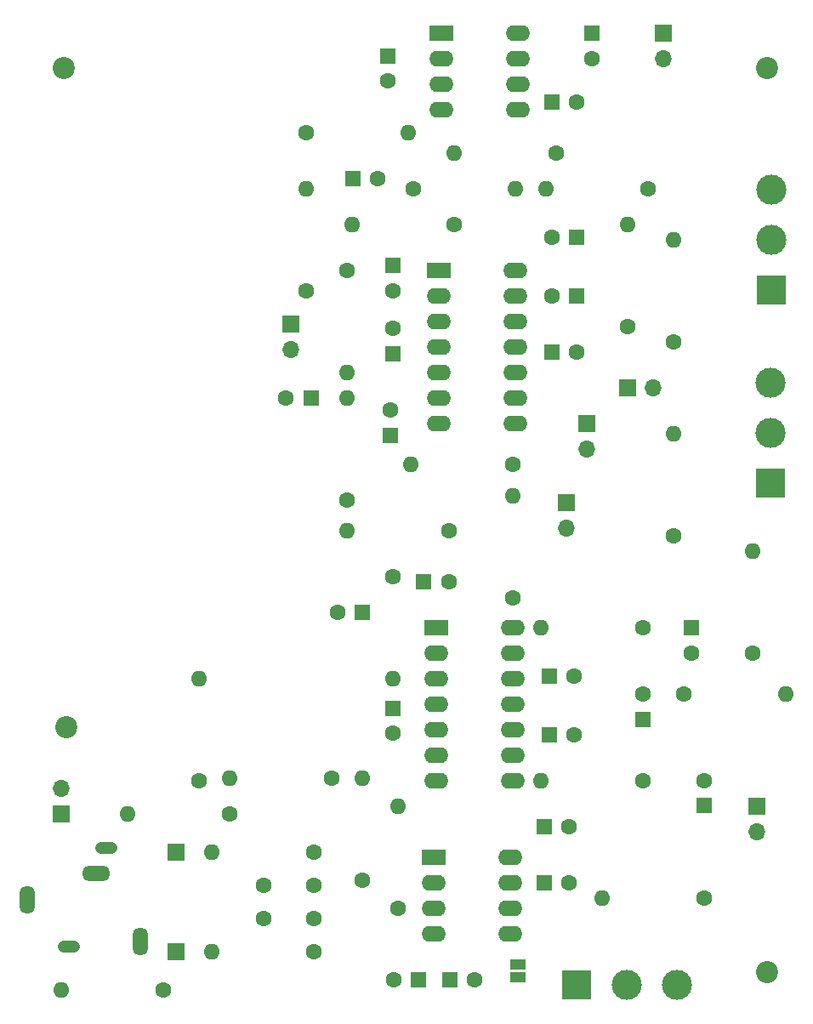
<source format=gbr>
%TF.GenerationSoftware,KiCad,Pcbnew,8.0.4*%
%TF.CreationDate,2025-08-20T08:41:13+03:00*%
%TF.ProjectId,EEG_PCB,4545475f-5043-4422-9e6b-696361645f70,rev?*%
%TF.SameCoordinates,Original*%
%TF.FileFunction,Soldermask,Top*%
%TF.FilePolarity,Negative*%
%FSLAX46Y46*%
G04 Gerber Fmt 4.6, Leading zero omitted, Abs format (unit mm)*
G04 Created by KiCad (PCBNEW 8.0.4) date 2025-08-20 08:41:13*
%MOMM*%
%LPD*%
G01*
G04 APERTURE LIST*
%ADD10C,1.600000*%
%ADD11R,1.600000X1.600000*%
%ADD12O,1.600000X1.600000*%
%ADD13R,3.000000X3.000000*%
%ADD14C,3.000000*%
%ADD15C,2.200000*%
%ADD16R,1.700000X1.700000*%
%ADD17O,1.700000X1.700000*%
%ADD18R,2.400000X1.600000*%
%ADD19O,2.400000X1.600000*%
%ADD20R,1.500000X1.000000*%
%ADD21O,1.511200X2.819200*%
%ADD22O,2.219200X1.211200*%
%ADD23O,2.819200X1.511200*%
G04 APERTURE END LIST*
D10*
%TO.C,C2*%
X196088000Y-53340000D03*
D11*
X193588000Y-53340000D03*
%TD*%
D10*
%TO.C,R6*%
X169926000Y-128016000D03*
D12*
X159766000Y-128016000D03*
%TD*%
D11*
%TO.C,C6*%
X177800000Y-78421113D03*
D10*
X177800000Y-75921113D03*
%TD*%
%TO.C,R21*%
X179832000Y-61976000D03*
D12*
X189992000Y-61976000D03*
%TD*%
D11*
%TO.C,C5*%
X177800000Y-113729888D03*
D10*
X177800000Y-116229888D03*
%TD*%
D11*
%TO.C,C14*%
X208788000Y-123404000D03*
D10*
X208788000Y-120904000D03*
%TD*%
%TO.C,R16*%
X173228000Y-92964000D03*
D12*
X173228000Y-82804000D03*
%TD*%
D13*
%TO.C,RV1*%
X196088000Y-141224000D03*
D14*
X201088000Y-141224000D03*
X206088000Y-141224000D03*
%TD*%
D10*
%TO.C,R13*%
X189738000Y-89408000D03*
D12*
X179578000Y-89408000D03*
%TD*%
D10*
%TO.C,R8*%
X158496000Y-120904000D03*
D12*
X158496000Y-110744000D03*
%TD*%
D10*
%TO.C,R12*%
X213614000Y-108204000D03*
D12*
X213614000Y-98044000D03*
%TD*%
D15*
%TO.C,H2*%
X215000000Y-50000000D03*
%TD*%
D10*
%TO.C,R28*%
X201168000Y-75692000D03*
D12*
X201168000Y-65532000D03*
%TD*%
D10*
%TO.C,R18*%
X194056000Y-58420000D03*
D12*
X183896000Y-58420000D03*
%TD*%
D16*
%TO.C,J9*%
X156210000Y-128016000D03*
%TD*%
D11*
%TO.C,C16*%
X193358888Y-116332000D03*
D10*
X195858888Y-116332000D03*
%TD*%
D16*
%TO.C,J1*%
X204724000Y-46477000D03*
D17*
X204724000Y-49017000D03*
%TD*%
D11*
%TO.C,C9*%
X193358888Y-110490000D03*
D10*
X195858888Y-110490000D03*
%TD*%
D11*
%TO.C,C1*%
X197612000Y-46546888D03*
D10*
X197612000Y-49046888D03*
%TD*%
D13*
%TO.C,RV3*%
X215392000Y-91280000D03*
D14*
X215392000Y-86280000D03*
X215392000Y-81280000D03*
%TD*%
D11*
%TO.C,C18*%
X180848000Y-101092000D03*
D10*
X183348000Y-101092000D03*
%TD*%
%TO.C,R10*%
X202692000Y-105704000D03*
D12*
X192532000Y-105704000D03*
%TD*%
D16*
%TO.C,J6*%
X195072000Y-93213000D03*
D17*
X195072000Y-95753000D03*
%TD*%
D11*
%TO.C,C7*%
X192850888Y-125476000D03*
D10*
X195350888Y-125476000D03*
%TD*%
%TO.C,R11*%
X206756000Y-112308000D03*
D12*
X216916000Y-112308000D03*
%TD*%
D16*
%TO.C,J4*%
X201163000Y-81788000D03*
D17*
X203703000Y-81788000D03*
%TD*%
D11*
%TO.C,C11*%
X180340000Y-140716000D03*
D10*
X177840000Y-140716000D03*
%TD*%
%TO.C,R2*%
X178308000Y-133604000D03*
D12*
X178308000Y-123444000D03*
%TD*%
D11*
%TO.C,C3*%
X177292000Y-48768000D03*
D10*
X177292000Y-51268000D03*
%TD*%
D16*
%TO.C,J8*%
X156210000Y-137922000D03*
%TD*%
D15*
%TO.C,H4*%
X145288000Y-115570000D03*
%TD*%
D11*
%TO.C,C22*%
X196088000Y-66802000D03*
D10*
X193588000Y-66802000D03*
%TD*%
D11*
%TO.C,C15*%
X202692000Y-114808000D03*
D10*
X202692000Y-112308000D03*
%TD*%
%TO.C,R9*%
X202692000Y-120944000D03*
D12*
X192532000Y-120944000D03*
%TD*%
D11*
%TO.C,C24*%
X173776000Y-60960000D03*
D10*
X176276000Y-60960000D03*
%TD*%
D16*
%TO.C,J7*%
X213995000Y-123444000D03*
D17*
X213995000Y-125984000D03*
%TD*%
D18*
%TO.C,U3*%
X182611000Y-46492000D03*
D19*
X182611000Y-49032000D03*
X182611000Y-51572000D03*
X182611000Y-54112000D03*
X190231000Y-54112000D03*
X190231000Y-51572000D03*
X190231000Y-49032000D03*
X190231000Y-46492000D03*
%TD*%
D10*
%TO.C,R17*%
X183896000Y-65532000D03*
D12*
X173736000Y-65532000D03*
%TD*%
D11*
%TO.C,C8*%
X183428000Y-140716000D03*
D10*
X185928000Y-140716000D03*
%TD*%
D11*
%TO.C,C4*%
X192850888Y-131064000D03*
D10*
X195350888Y-131064000D03*
%TD*%
%TO.C,R23*%
X205740000Y-77216000D03*
D12*
X205740000Y-67056000D03*
%TD*%
D20*
%TO.C,JP1*%
X190246000Y-140492000D03*
X190246000Y-139192000D03*
%TD*%
D11*
%TO.C,C20*%
X174752000Y-104140000D03*
D10*
X172252000Y-104140000D03*
%TD*%
D11*
%TO.C,C21*%
X169632000Y-82804000D03*
D10*
X167132000Y-82804000D03*
%TD*%
%TO.C,R26*%
X189738000Y-102743000D03*
D12*
X189738000Y-92583000D03*
%TD*%
D18*
%TO.C,U1*%
X181864000Y-128564000D03*
D19*
X181864000Y-131104000D03*
X181864000Y-133644000D03*
X181864000Y-136184000D03*
X189484000Y-136184000D03*
X189484000Y-133644000D03*
X189484000Y-131104000D03*
X189484000Y-128564000D03*
%TD*%
D10*
%TO.C,R19*%
X169164000Y-56388000D03*
D12*
X179324000Y-56388000D03*
%TD*%
D15*
%TO.C,H1*%
X145000000Y-50000000D03*
%TD*%
D10*
%TO.C,C13*%
X169926000Y-131318000D03*
X164926000Y-131318000D03*
%TD*%
%TO.C,C12*%
X169926000Y-134620000D03*
X164926000Y-134620000D03*
%TD*%
%TO.C,R22*%
X203200000Y-61976000D03*
D12*
X193040000Y-61976000D03*
%TD*%
D10*
%TO.C,R15*%
X183388000Y-96012000D03*
D12*
X173228000Y-96012000D03*
%TD*%
D11*
%TO.C,C25*%
X177800000Y-69660888D03*
D10*
X177800000Y-72160888D03*
%TD*%
%TO.C,R1*%
X169926000Y-137922000D03*
D12*
X159766000Y-137922000D03*
%TD*%
D10*
%TO.C,R14*%
X177800000Y-100584000D03*
D12*
X177800000Y-110744000D03*
%TD*%
D11*
%TO.C,C10*%
X193588000Y-78232000D03*
D10*
X196088000Y-78232000D03*
%TD*%
D11*
%TO.C,C19*%
X177521112Y-86549113D03*
D10*
X177521112Y-84049113D03*
%TD*%
%TO.C,R4*%
X161544000Y-124206000D03*
D12*
X151384000Y-124206000D03*
%TD*%
D16*
%TO.C,J3*%
X197104000Y-85344000D03*
D17*
X197104000Y-87884000D03*
%TD*%
D10*
%TO.C,R27*%
X173228000Y-70104000D03*
D12*
X173228000Y-80264000D03*
%TD*%
D11*
%TO.C,C23*%
X196088000Y-72644000D03*
D10*
X193588000Y-72644000D03*
%TD*%
%TO.C,R25*%
X208788000Y-132588000D03*
D12*
X198628000Y-132588000D03*
%TD*%
D10*
%TO.C,R20*%
X169164000Y-72136000D03*
D12*
X169164000Y-61976000D03*
%TD*%
D10*
%TO.C,R3*%
X171704000Y-120650000D03*
D12*
X161544000Y-120650000D03*
%TD*%
D10*
%TO.C,R7*%
X174752000Y-130810000D03*
D12*
X174752000Y-120650000D03*
%TD*%
D10*
%TO.C,R5*%
X154940000Y-141732000D03*
D12*
X144780000Y-141732000D03*
%TD*%
D18*
%TO.C,U4*%
X182103000Y-105699000D03*
D19*
X182103000Y-108239000D03*
X182103000Y-110779000D03*
X182103000Y-113319000D03*
X182103000Y-115859000D03*
X182103000Y-118399000D03*
X182103000Y-120939000D03*
X189723000Y-120939000D03*
X189723000Y-118399000D03*
X189723000Y-115859000D03*
X189723000Y-113319000D03*
X189723000Y-110779000D03*
X189723000Y-108239000D03*
X189723000Y-105699000D03*
%TD*%
D16*
%TO.C,J10*%
X144780000Y-124206000D03*
D17*
X144780000Y-121666000D03*
%TD*%
D11*
%TO.C,C17*%
X207518000Y-105704000D03*
D10*
X207518000Y-108204000D03*
%TD*%
D21*
%TO.C,J2*%
X141354000Y-132806000D03*
D22*
X149254000Y-127606000D03*
D23*
X148254000Y-130206000D03*
D21*
X152654000Y-136906000D03*
D22*
X145554000Y-137406000D03*
%TD*%
D13*
%TO.C,RV2*%
X215438000Y-72056000D03*
D14*
X215438000Y-67056000D03*
X215438000Y-62056000D03*
%TD*%
D15*
%TO.C,H3*%
X215000000Y-140000000D03*
%TD*%
D10*
%TO.C,R24*%
X205740000Y-96520000D03*
D12*
X205740000Y-86360000D03*
%TD*%
D18*
%TO.C,U2*%
X182372000Y-70104000D03*
D19*
X182372000Y-72644000D03*
X182372000Y-75184000D03*
X182372000Y-77724000D03*
X182372000Y-80264000D03*
X182372000Y-82804000D03*
X182372000Y-85344000D03*
X189992000Y-85344000D03*
X189992000Y-82804000D03*
X189992000Y-80264000D03*
X189992000Y-77724000D03*
X189992000Y-75184000D03*
X189992000Y-72644000D03*
X189992000Y-70104000D03*
%TD*%
D16*
%TO.C,J5*%
X167640000Y-75433000D03*
D17*
X167640000Y-77973000D03*
%TD*%
M02*

</source>
